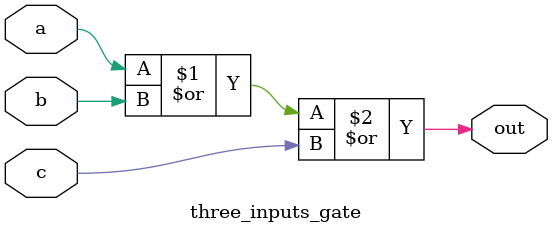
<source format=v>
module three_inputs_gate (
    a,b,c,out
);
    input wire a;
    input wire b;
    input wire c;
    output wire out;

    assign out = a | b |c;
    
endmodule
</source>
